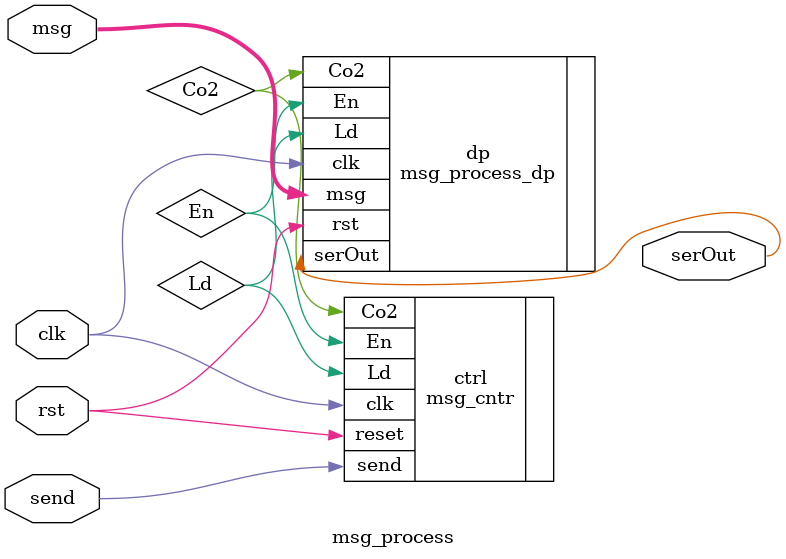
<source format=v>
module msg_process (input clk,rst, send, input [4:0] msg, output serOut);

wire En,Ld,Co2;
msg_cntr ctrl(
    .clk(clk),
    .reset(rst),
    .send(send),
    .Co2(Co2),
    .Ld(Ld),
    .En(En)
);
msg_process_dp dp(.clk(clk), .rst(rst),.Ld(Ld),.En(En)
, .msg(msg), .serOut(serOut), .Co2(Co2) );

endmodule

</source>
